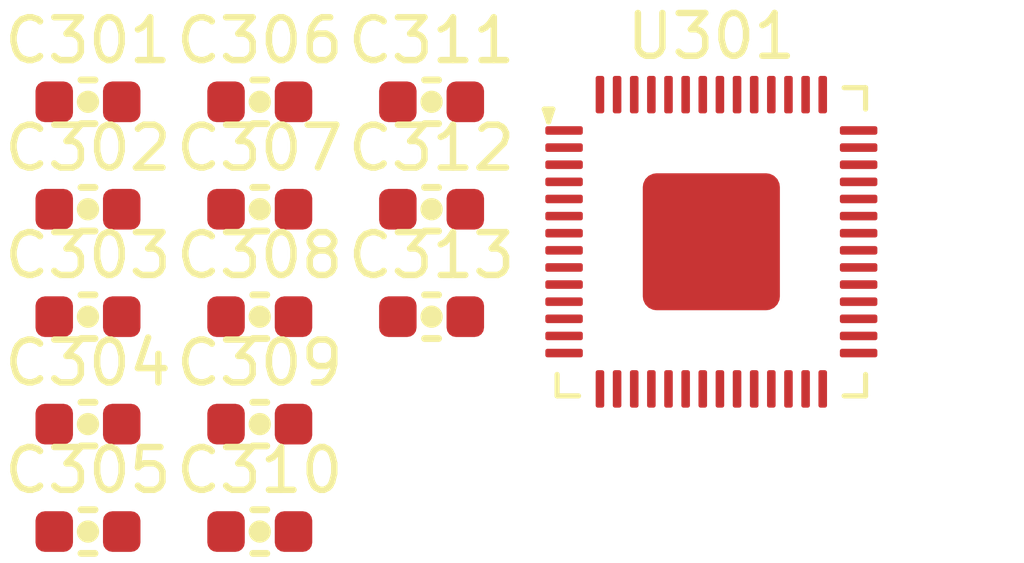
<source format=kicad_pcb>
(kicad_pcb (version 20221018) (generator pcbnew)
  (layers (0 "F.Cu" signal) (31 "B.Cu" signal) (34 "B.Paste" user) (35 "F.Paste" user) (36 "B.SilkS" user "B.Silkscreen") (37 "F.SilkS" user "F.Silkscreen") (38 "B.Mask" user) (39 "F.Mask" user) (44 "Edge.Cuts" user))
  (net 0 "")
  (net 1 "+3V3")
  (net 2 "GND")
  (net 3 "+1V1")
  (footprint "MKL-Capacitor:C_0603_1608Metric" (layer "F.Cu") (at 64.1125 43.83)
    (fp_text reference "C301" (at 0 -1.43) (layer "F.SilkS"))
    (fp_text value "C-0603-100NF-50V-1" hide)
    (fp_line (start -0.162779 -0.51) (end 0.162779 -0.51) (stroke (width 0.16)) (layer "F.SilkS"))
    (fp_line (start -0.162779 0.51) (end 0.162779 0.51) (stroke (width 0.16)) (layer "F.SilkS"))
    (fp_circle (center 0 0) (end 0.2 0) (stroke (width 0.12)) (fill solid) (layer "F.SilkS"))
    (pad "1" smd roundrect (at -0.7875 0) (size 0.875 0.95) (layers "F.Cu" "F.Paste" "F.Mask") (net 1 "+3V3"))
    (pad "2" smd roundrect (at 0.7875 0) (size 0.875 0.95) (layers "F.Cu" "F.Paste" "F.Mask") (net 2 "GND"))
  )
  (footprint "MKL-Capacitor:C_0603_1608Metric" (layer "F.Cu") (at 68.1225 46.34)
    (fp_text reference "C307" (at 0 -1.43) (layer "F.SilkS"))
    (fp_text value "C-0603-100NF-50V-1" hide)
    (fp_line (start -0.162779 -0.51) (end 0.162779 -0.51) (stroke (width 0.16)) (layer "F.SilkS"))
    (fp_line (start -0.162779 0.51) (end 0.162779 0.51) (stroke (width 0.16)) (layer "F.SilkS"))
    (fp_circle (center 0 0) (end 0.2 0) (stroke (width 0.12)) (fill solid) (layer "F.SilkS"))
    (pad "1" smd roundrect (at -0.7875 0) (size 0.875 0.95) (layers "F.Cu" "F.Paste" "F.Mask") (net 1 "+3V3"))
    (pad "2" smd roundrect (at 0.7875 0) (size 0.875 0.95) (layers "F.Cu" "F.Paste" "F.Mask") (net 2 "GND"))
  )
  (footprint "MKL-Capacitor:C_0603_1608Metric" (layer "F.Cu") (at 64.1125 46.34)
    (fp_text reference "C302" (at 0 -1.43) (layer "F.SilkS"))
    (fp_text value "C-0603-100NF-50V-1" hide)
    (fp_line (start -0.162779 -0.51) (end 0.162779 -0.51) (stroke (width 0.16)) (layer "F.SilkS"))
    (fp_line (start -0.162779 0.51) (end 0.162779 0.51) (stroke (width 0.16)) (layer "F.SilkS"))
    (fp_circle (center 0 0) (end 0.2 0) (stroke (width 0.12)) (fill solid) (layer "F.SilkS"))
    (pad "1" smd roundrect (at -0.7875 0) (size 0.875 0.95) (layers "F.Cu" "F.Paste" "F.Mask") (net 1 "+3V3"))
    (pad "2" smd roundrect (at 0.7875 0) (size 0.875 0.95) (layers "F.Cu" "F.Paste" "F.Mask") (net 2 "GND"))
  )
  (footprint "MKL-Capacitor:C_0603_1608Metric" (layer "F.Cu") (at 72.1325 46.34)
    (fp_text reference "C312" (at 0 -1.43) (layer "F.SilkS"))
    (fp_text value "C-0603-100NF-50V-1" hide)
    (fp_line (start -0.162779 -0.51) (end 0.162779 -0.51) (stroke (width 0.16)) (layer "F.SilkS"))
    (fp_line (start -0.162779 0.51) (end 0.162779 0.51) (stroke (width 0.16)) (layer "F.SilkS"))
    (fp_circle (center 0 0) (end 0.2 0) (stroke (width 0.12)) (fill solid) (layer "F.SilkS"))
    (pad "1" smd roundrect (at -0.7875 0) (size 0.875 0.95) (layers "F.Cu" "F.Paste" "F.Mask") (net 3 "+1V1"))
    (pad "2" smd roundrect (at 0.7875 0) (size 0.875 0.95) (layers "F.Cu" "F.Paste" "F.Mask") (net 2 "GND"))
  )
  (footprint "MKL-Capacitor:C_0603_1608Metric" (layer "F.Cu") (at 64.1125 48.85)
    (fp_text reference "C303" (at 0 -1.43) (layer "F.SilkS"))
    (fp_text value "C-0603-100NF-50V-1" hide)
    (fp_line (start -0.162779 -0.51) (end 0.162779 -0.51) (stroke (width 0.16)) (layer "F.SilkS"))
    (fp_line (start -0.162779 0.51) (end 0.162779 0.51) (stroke (width 0.16)) (layer "F.SilkS"))
    (fp_circle (center 0 0) (end 0.2 0) (stroke (width 0.12)) (fill solid) (layer "F.SilkS"))
    (pad "1" smd roundrect (at -0.7875 0) (size 0.875 0.95) (layers "F.Cu" "F.Paste" "F.Mask") (net 1 "+3V3"))
    (pad "2" smd roundrect (at 0.7875 0) (size 0.875 0.95) (layers "F.Cu" "F.Paste" "F.Mask") (net 2 "GND"))
  )
  (footprint "MKL-Capacitor:C_0603_1608Metric" (layer "F.Cu") (at 72.1325 43.83)
    (fp_text reference "C311" (at 0 -1.43) (layer "F.SilkS"))
    (fp_text value "C-0603-100NF-50V-1" hide)
    (fp_line (start -0.162779 -0.51) (end 0.162779 -0.51) (stroke (width 0.16)) (layer "F.SilkS"))
    (fp_line (start -0.162779 0.51) (end 0.162779 0.51) (stroke (width 0.16)) (layer "F.SilkS"))
    (fp_circle (center 0 0) (end 0.2 0) (stroke (width 0.12)) (fill solid) (layer "F.SilkS"))
    (pad "1" smd roundrect (at -0.7875 0) (size 0.875 0.95) (layers "F.Cu" "F.Paste" "F.Mask") (net 3 "+1V1"))
    (pad "2" smd roundrect (at 0.7875 0) (size 0.875 0.95) (layers "F.Cu" "F.Paste" "F.Mask") (net 2 "GND"))
  )
  (footprint "MKL-Capacitor:C_0603_1608Metric" (layer "F.Cu") (at 64.1125 51.36)
    (fp_text reference "C304" (at 0 -1.43) (layer "F.SilkS"))
    (fp_text value "C-0603-100NF-50V-1" hide)
    (fp_line (start -0.162779 -0.51) (end 0.162779 -0.51) (stroke (width 0.16)) (layer "F.SilkS"))
    (fp_line (start -0.162779 0.51) (end 0.162779 0.51) (stroke (width 0.16)) (layer "F.SilkS"))
    (fp_circle (center 0 0) (end 0.2 0) (stroke (width 0.12)) (fill solid) (layer "F.SilkS"))
    (pad "1" smd roundrect (at -0.7875 0) (size 0.875 0.95) (layers "F.Cu" "F.Paste" "F.Mask") (net 1 "+3V3"))
    (pad "2" smd roundrect (at 0.7875 0) (size 0.875 0.95) (layers "F.Cu" "F.Paste" "F.Mask") (net 2 "GND"))
  )
  (footprint "MKL-QFN:QFN-56_1EP_7x7mm_P0.5mm" (layer "F.Cu") (at 78.6625 47.1)
    (fp_text reference "U301" (at 0 -4.8 unlocked) (layer "F.SilkS"))
    (fp_text value "I-MCU-RP2040-EXT-264K-QFN56-1")
    (fp_line (start -3.9 -3.1) (end -3.7 -3.1) (stroke (width 0.12)) (layer "F.SilkS"))
    (fp_line (start -3.8 -3.1) (end -3.8 -2.8) (stroke (width 0.12)) (layer "F.SilkS"))
    (fp_line (start -3.8 -2.8) (end -3.9 -3.1) (stroke (width 0.12)) (layer "F.SilkS"))
    (fp_line (start -3.7 -3.1) (end -3.8 -2.8) (stroke (width 0.12)) (layer "F.SilkS"))
    (fp_line (start -3.6 3.6) (end -3.6 3.1) (stroke (width 0.12)) (layer "F.SilkS"))
    (fp_line (start -3.6 3.6) (end -3.1 3.6) (stroke (width 0.12)) (layer "F.SilkS"))
    (fp_line (start 3.6 -3.6) (end 3.1 -3.6) (stroke (width 0.12)) (layer "F.SilkS"))
    (fp_line (start 3.6 -3.6) (end 3.6 -3.1) (stroke (width 0.12)) (layer "F.SilkS"))
    (fp_line (start 3.6 3.6) (end 3.1 3.6) (stroke (width 0.12)) (layer "F.SilkS"))
    (fp_line (start 3.6 3.6) (end 3.6 3.1) (stroke (width 0.12)) (layer "F.SilkS"))
    (pad "1" smd roundrect (at -3.4375 -2.6 270) (size 0.2 0.875) (layers "F.Cu" "F.Paste" "F.Mask") (net 1 "+3V3"))
    (pad "2" smd roundrect (at -3.4375 -2.2 270) (size 0.2 0.875) (layers "F.Cu" "F.Paste" "F.Mask"))
    (pad "3" smd roundrect (at -3.4375 -1.8 270) (size 0.2 0.875) (layers "F.Cu" "F.Paste" "F.Mask"))
    (pad "4" smd roundrect (at -3.4375 -1.4 270) (size 0.2 0.875) (layers "F.Cu" "F.Paste" "F.Mask"))
    (pad "5" smd roundrect (at -3.4375 -1 270) (size 0.2 0.875) (layers "F.Cu" "F.Paste" "F.Mask"))
    (pad "6" smd roundrect (at -3.4375 -0.6 270) (size 0.2 0.875) (layers "F.Cu" "F.Paste" "F.Mask"))
    (pad "7" smd roundrect (at -3.4375 -0.2 270) (size 0.2 0.875) (layers "F.Cu" "F.Paste" "F.Mask"))
    (pad "8" smd roundrect (at -3.4375 0.2 270) (size 0.2 0.875) (layers "F.Cu" "F.Paste" "F.Mask"))
    (pad "9" smd roundrect (at -3.4375 0.6 270) (size 0.2 0.875) (layers "F.Cu" "F.Paste" "F.Mask"))
    (pad "10" smd roundrect (at -3.4375 1 270) (size 0.2 0.875) (layers "F.Cu" "F.Paste" "F.Mask") (net 1 "+3V3"))
    (pad "11" smd roundrect (at -3.4375 1.4 270) (size 0.2 0.875) (layers "F.Cu" "F.Paste" "F.Mask"))
    (pad "12" smd roundrect (at -3.4375 1.8 270) (size 0.2 0.875) (layers "F.Cu" "F.Paste" "F.Mask"))
    (pad "13" smd roundrect (at -3.4375 2.2 270) (size 0.2 0.875) (layers "F.Cu" "F.Paste" "F.Mask"))
    (pad "14" smd roundrect (at -3.4375 2.6 270) (size 0.2 0.875) (layers "F.Cu" "F.Paste" "F.Mask"))
    (pad "15" smd roundrect (at -2.6 3.4375) (size 0.2 0.875) (layers "F.Cu" "F.Paste" "F.Mask"))
    (pad "16" smd roundrect (at -2.2 3.4375) (size 0.2 0.875) (layers "F.Cu" "F.Paste" "F.Mask"))
    (pad "17" smd roundrect (at -1.8 3.4375) (size 0.2 0.875) (layers "F.Cu" "F.Paste" "F.Mask"))
    (pad "18" smd roundrect (at -1.4 3.4375) (size 0.2 0.875) (layers "F.Cu" "F.Paste" "F.Mask"))
    (pad "19" smd roundrect (at -1 3.4375) (size 0.2 0.875) (layers "F.Cu" "F.Paste" "F.Mask"))
    (pad "20" smd roundrect (at -0.6 3.4375) (size 0.2 0.875) (layers "F.Cu" "F.Paste" "F.Mask"))
    (pad "21" smd roundrect (at -0.2 3.4375) (size 0.2 0.875) (layers "F.Cu" "F.Paste" "F.Mask"))
    (pad "22" smd roundrect (at 0.2 3.4375) (size 0.2 0.875) (layers "F.Cu" "F.Paste" "F.Mask") (net 1 "+3V3"))
    (pad "23" smd roundrect (at 0.6 3.4375) (size 0.2 0.875) (layers "F.Cu" "F.Paste" "F.Mask") (net 3 "+1V1"))
    (pad "24" smd roundrect (at 1 3.4375) (size 0.2 0.875) (layers "F.Cu" "F.Paste" "F.Mask"))
    (pad "25" smd roundrect (at 1.4 3.4375) (size 0.2 0.875) (layers "F.Cu" "F.Paste" "F.Mask"))
    (pad "26" smd roundrect (at 1.8 3.4375) (size 0.2 0.875) (layers "F.Cu" "F.Paste" "F.Mask"))
    (pad "27" smd roundrect (at 2.2 3.4375) (size 0.2 0.875) (layers "F.Cu" "F.Paste" "F.Mask"))
    (pad "28" smd roundrect (at 2.6 3.4375) (size 0.2 0.875) (layers "F.Cu" "F.Paste" "F.Mask"))
    (pad "29" smd roundrect (at 3.4375 2.6 270) (size 0.2 0.875) (layers "F.Cu" "F.Paste" "F.Mask"))
    (pad "30" smd roundrect (at 3.4375 2.2 270) (size 0.2 0.875) (layers "F.Cu" "F.Paste" "F.Mask"))
    (pad "31" smd roundrect (at 3.4375 1.8 270) (size 0.2 0.875) (layers "F.Cu" "F.Paste" "F.Mask"))
    (pad "32" smd roundrect (at 3.4375 1.4 270) (size 0.2 0.875) (layers "F.Cu" "F.Paste" "F.Mask"))
    (pad "33" smd roundrect (at 3.4375 1 270) (size 0.2 0.875) (layers "F.Cu" "F.Paste" "F.Mask") (net 1 "+3V3"))
    (pad "34" smd roundrect (at 3.4375 0.6 270) (size 0.2 0.875) (layers "F.Cu" "F.Paste" "F.Mask"))
    (pad "35" smd roundrect (at 3.4375 0.2 270) (size 0.2 0.875) (layers "F.Cu" "F.Paste" "F.Mask"))
    (pad "36" smd roundrect (at 3.4375 -0.2 270) (size 0.2 0.875) (layers "F.Cu" "F.Paste" "F.Mask"))
    (pad "37" smd roundrect (at 3.4375 -0.6 270) (size 0.2 0.875) (layers "F.Cu" "F.Paste" "F.Mask"))
    (pad "38" smd roundrect (at 3.4375 -1 270) (size 0.2 0.875) (layers "F.Cu" "F.Paste" "F.Mask"))
    (pad "39" smd roundrect (at 3.4375 -1.4 270) (size 0.2 0.875) (layers "F.Cu" "F.Paste" "F.Mask"))
    (pad "40" smd roundrect (at 3.4375 -1.8 270) (size 0.2 0.875) (layers "F.Cu" "F.Paste" "F.Mask"))
    (pad "41" smd roundrect (at 3.4375 -2.2 270) (size 0.2 0.875) (layers "F.Cu" "F.Paste" "F.Mask"))
    (pad "42" smd roundrect (at 3.4375 -2.6 270) (size 0.2 0.875) (layers "F.Cu" "F.Paste" "F.Mask") (net 1 "+3V3"))
    (pad "43" smd roundrect (at 2.6 -3.4375) (size 0.2 0.875) (layers "F.Cu" "F.Paste" "F.Mask") (net 1 "+3V3"))
    (pad "44" smd roundrect (at 2.2 -3.4375) (size 0.2 0.875) (layers "F.Cu" "F.Paste" "F.Mask") (net 1 "+3V3"))
    (pad "45" smd roundrect (at 1.8 -3.4375) (size 0.2 0.875) (layers "F.Cu" "F.Paste" "F.Mask") (net 3 "+1V1"))
    (pad "46" smd roundrect (at 1.4 -3.4375) (size 0.2 0.875) (layers "F.Cu" "F.Paste" "F.Mask"))
    (pad "47" smd roundrect (at 1 -3.4375) (size 0.2 0.875) (layers "F.Cu" "F.Paste" "F.Mask"))
    (pad "48" smd roundrect (at 0.6 -3.4375) (size 0.2 0.875) (layers "F.Cu" "F.Paste" "F.Mask") (net 1 "+3V3"))
    (pad "49" smd roundrect (at 0.2 -3.4375) (size 0.2 0.875) (layers "F.Cu" "F.Paste" "F.Mask") (net 1 "+3V3"))
    (pad "50" smd roundrect (at -0.2 -3.4375) (size 0.2 0.875) (layers "F.Cu" "F.Paste" "F.Mask") (net 3 "+1V1"))
    (pad "51" smd roundrect (at -0.6 -3.4375) (size 0.2 0.875) (layers "F.Cu" "F.Paste" "F.Mask"))
    (pad "52" smd roundrect (at -1 -3.4375) (size 0.2 0.875) (layers "F.Cu" "F.Paste" "F.Mask"))
    (pad "53" smd roundrect (at -1.4 -3.4375) (size 0.2 0.875) (layers "F.Cu" "F.Paste" "F.Mask"))
    (pad "54" smd roundrect (at -1.8 -3.4375) (size 0.2 0.875) (layers "F.Cu" "F.Paste" "F.Mask"))
    (pad "55" smd roundrect (at -2.2 -3.4375) (size 0.2 0.875) (layers "F.Cu" "F.Paste" "F.Mask"))
    (pad "56" smd roundrect (at -2.6 -3.4375) (size 0.2 0.875) (layers "F.Cu" "F.Paste" "F.Mask"))
    (pad "57" smd roundrect (at 0 0 270) (size 3.2 3.2) (layers "F.Cu" "F.Mask") (roundrect_rratio 0.1) (net 2 "GND"))
  )
  (footprint "MKL-Capacitor:C_0603_1608Metric" (layer "F.Cu") (at 72.1325 48.85)
    (fp_text reference "C313" (at 0 -1.43) (layer "F.SilkS"))
    (fp_text value "C-0603-100NF-50V-1" hide)
    (fp_line (start -0.162779 -0.51) (end 0.162779 -0.51) (stroke (width 0.16)) (layer "F.SilkS"))
    (fp_line (start -0.162779 0.51) (end 0.162779 0.51) (stroke (width 0.16)) (layer "F.SilkS"))
    (fp_circle (center 0 0) (end 0.2 0) (stroke (width 0.12)) (fill solid) (layer "F.SilkS"))
    (pad "1" smd roundrect (at -0.7875 0) (size 0.875 0.95) (layers "F.Cu" "F.Paste" "F.Mask") (net 3 "+1V1"))
    (pad "2" smd roundrect (at 0.7875 0) (size 0.875 0.95) (layers "F.Cu" "F.Paste" "F.Mask") (net 2 "GND"))
  )
  (footprint "MKL-Capacitor:C_0603_1608Metric" (layer "F.Cu") (at 68.1225 51.36)
    (fp_text reference "C309" (at 0 -1.43) (layer "F.SilkS"))
    (fp_text value "C-0603-1UF-25V-1" hide)
    (fp_line (start -0.162779 -0.51) (end 0.162779 -0.51) (stroke (width 0.16)) (layer "F.SilkS"))
    (fp_line (start -0.162779 0.51) (end 0.162779 0.51) (stroke (width 0.16)) (layer "F.SilkS"))
    (fp_circle (center 0 0) (end 0.2 0) (stroke (width 0.12)) (fill solid) (layer "F.SilkS"))
    (pad "1" smd roundrect (at -0.7875 0) (size 0.875 0.95) (layers "F.Cu" "F.Paste" "F.Mask") (net 1 "+3V3"))
    (pad "2" smd roundrect (at 0.7875 0) (size 0.875 0.95) (layers "F.Cu" "F.Paste" "F.Mask") (net 2 "GND"))
  )
  (footprint "MKL-Capacitor:C_0603_1608Metric" (layer "F.Cu") (at 64.1125 53.87)
    (fp_text reference "C305" (at 0 -1.43) (layer "F.SilkS"))
    (fp_text value "C-0603-100NF-50V-1" hide)
    (fp_line (start -0.162779 -0.51) (end 0.162779 -0.51) (stroke (width 0.16)) (layer "F.SilkS"))
    (fp_line (start -0.162779 0.51) (end 0.162779 0.51) (stroke (width 0.16)) (layer "F.SilkS"))
    (fp_circle (center 0 0) (end 0.2 0) (stroke (width 0.12)) (fill solid) (layer "F.SilkS"))
    (pad "1" smd roundrect (at -0.7875 0) (size 0.875 0.95) (layers "F.Cu" "F.Paste" "F.Mask") (net 1 "+3V3"))
    (pad "2" smd roundrect (at 0.7875 0) (size 0.875 0.95) (layers "F.Cu" "F.Paste" "F.Mask") (net 2 "GND"))
  )
  (footprint "MKL-Capacitor:C_0603_1608Metric" (layer "F.Cu") (at 68.1225 53.87)
    (fp_text reference "C310" (at 0 -1.43) (layer "F.SilkS"))
    (fp_text value "C-0603-1UF-25V-1" hide)
    (fp_line (start -0.162779 -0.51) (end 0.162779 -0.51) (stroke (width 0.16)) (layer "F.SilkS"))
    (fp_line (start -0.162779 0.51) (end 0.162779 0.51) (stroke (width 0.16)) (layer "F.SilkS"))
    (fp_circle (center 0 0) (end 0.2 0) (stroke (width 0.12)) (fill solid) (layer "F.SilkS"))
    (pad "1" smd roundrect (at -0.7875 0) (size 0.875 0.95) (layers "F.Cu" "F.Paste" "F.Mask") (net 3 "+1V1"))
    (pad "2" smd roundrect (at 0.7875 0) (size 0.875 0.95) (layers "F.Cu" "F.Paste" "F.Mask") (net 2 "GND"))
  )
  (footprint "MKL-Capacitor:C_0603_1608Metric" (layer "F.Cu") (at 68.1225 43.83)
    (fp_text reference "C306" (at 0 -1.43) (layer "F.SilkS"))
    (fp_text value "C-0603-100NF-50V-1" hide)
    (fp_line (start -0.162779 -0.51) (end 0.162779 -0.51) (stroke (width 0.16)) (layer "F.SilkS"))
    (fp_line (start -0.162779 0.51) (end 0.162779 0.51) (stroke (width 0.16)) (layer "F.SilkS"))
    (fp_circle (center 0 0) (end 0.2 0) (stroke (width 0.12)) (fill solid) (layer "F.SilkS"))
    (pad "1" smd roundrect (at -0.7875 0) (size 0.875 0.95) (layers "F.Cu" "F.Paste" "F.Mask") (net 1 "+3V3"))
    (pad "2" smd roundrect (at 0.7875 0) (size 0.875 0.95) (layers "F.Cu" "F.Paste" "F.Mask") (net 2 "GND"))
  )
  (footprint "MKL-Capacitor:C_0603_1608Metric" (layer "F.Cu") (at 68.1225 48.85)
    (fp_text reference "C308" (at 0 -1.43) (layer "F.SilkS"))
    (fp_text value "C-0603-100NF-50V-1" hide)
    (fp_line (start -0.162779 -0.51) (end 0.162779 -0.51) (stroke (width 0.16)) (layer "F.SilkS"))
    (fp_line (start -0.162779 0.51) (end 0.162779 0.51) (stroke (width 0.16)) (layer "F.SilkS"))
    (fp_circle (center 0 0) (end 0.2 0) (stroke (width 0.12)) (fill solid) (layer "F.SilkS"))
    (pad "1" smd roundrect (at -0.7875 0) (size 0.875 0.95) (layers "F.Cu" "F.Paste" "F.Mask") (net 1 "+3V3"))
    (pad "2" smd roundrect (at 0.7875 0) (size 0.875 0.95) (layers "F.Cu" "F.Paste" "F.Mask") (net 2 "GND"))
  )
)
</source>
